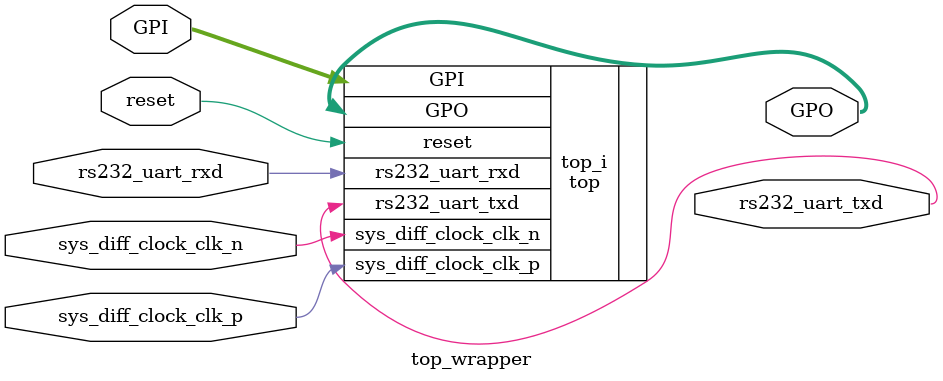
<source format=v>
`timescale 1 ps / 1 ps

module top_wrapper
   (GPI,
    GPO,
    reset,
    rs232_uart_rxd,
    rs232_uart_txd,
    sys_diff_clock_clk_n,
    sys_diff_clock_clk_p);
  input [8:0]GPI;
  output [3:0]GPO;
  input reset;
  input rs232_uart_rxd;
  output rs232_uart_txd;
  input sys_diff_clock_clk_n;
  input sys_diff_clock_clk_p;

  wire [8:0]GPI;
  wire [3:0]GPO;
  wire reset;
  wire rs232_uart_rxd;
  wire rs232_uart_txd;
  wire sys_diff_clock_clk_n;
  wire sys_diff_clock_clk_p;

  top top_i
       (.GPI(GPI),
        .GPO(GPO),
        .reset(reset),
        .rs232_uart_rxd(rs232_uart_rxd),
        .rs232_uart_txd(rs232_uart_txd),
        .sys_diff_clock_clk_n(sys_diff_clock_clk_n),
        .sys_diff_clock_clk_p(sys_diff_clock_clk_p));
endmodule

</source>
